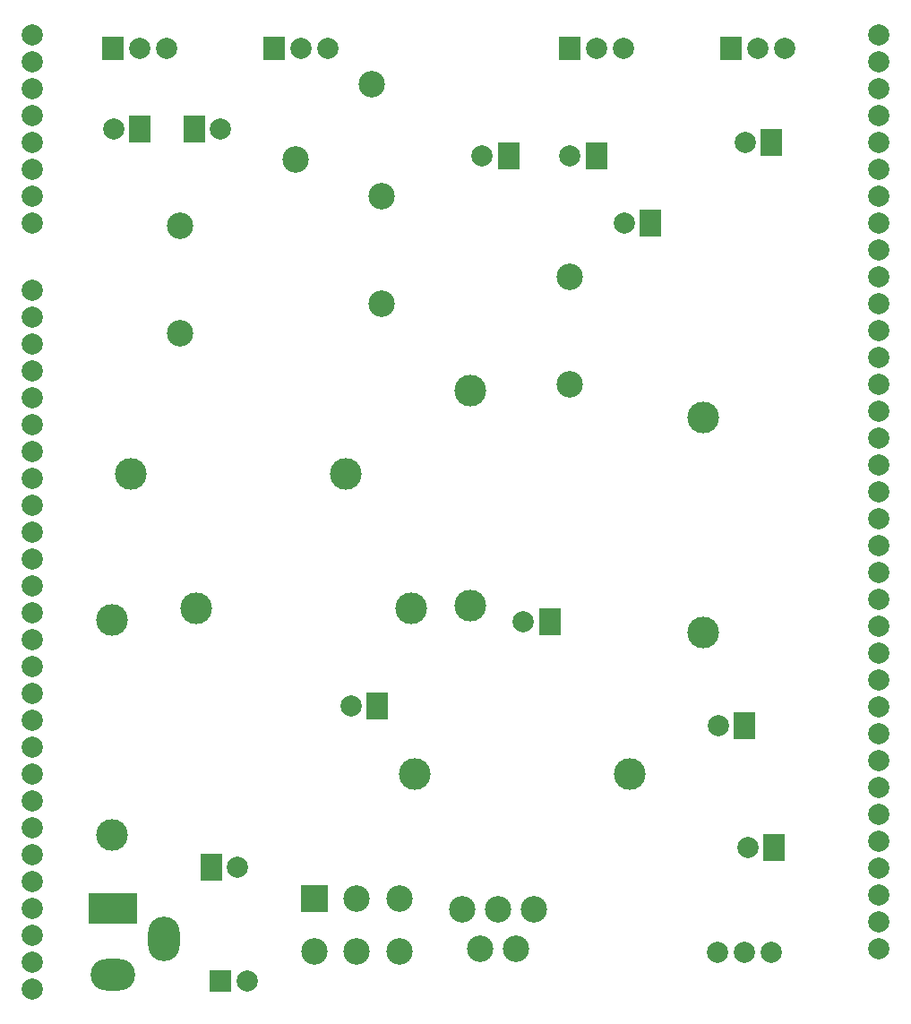
<source format=gbr>
%TF.GenerationSoftware,KiCad,Pcbnew,7.0.5-7.0.5~ubuntu22.04.1*%
%TF.CreationDate,2023-06-13T13:59:49-03:00*%
%TF.ProjectId,Fonte_tensao_LM675,466f6e74-655f-4746-956e-73616f5f4c4d,v01*%
%TF.SameCoordinates,Original*%
%TF.FileFunction,Soldermask,Bot*%
%TF.FilePolarity,Negative*%
%FSLAX46Y46*%
G04 Gerber Fmt 4.6, Leading zero omitted, Abs format (unit mm)*
G04 Created by KiCad (PCBNEW 7.0.5-7.0.5~ubuntu22.04.1) date 2023-06-13 13:59:49*
%MOMM*%
%LPD*%
G01*
G04 APERTURE LIST*
%ADD10R,4.600000X3.000000*%
%ADD11O,4.200000X3.000000*%
%ADD12O,3.000000X4.200000*%
%ADD13C,2.500000*%
%ADD14C,2.000000*%
%ADD15R,2.000000X2.500000*%
%ADD16C,3.000000*%
%ADD17R,2.000000X2.300000*%
%ADD18R,2.500000X2.500000*%
%ADD19R,2.000000X2.100000*%
G04 APERTURE END LIST*
D10*
%TO.C,J1*%
X114300000Y-139700000D03*
D11*
X114300000Y-146000000D03*
D12*
X119100000Y-142600000D03*
%TD*%
D13*
%TO.C,U3*%
X154100000Y-139800000D03*
X152400000Y-143500000D03*
X150700000Y-139800000D03*
X149000000Y-143500000D03*
X147300000Y-139800000D03*
%TD*%
D14*
%TO.C,C2*%
X157480000Y-68580000D03*
D15*
X159980000Y-68580000D03*
%TD*%
D14*
%TO.C,C6*%
X136800000Y-120600000D03*
D15*
X139300000Y-120600000D03*
%TD*%
D16*
%TO.C,R1*%
X114200000Y-112440000D03*
X114200000Y-132760000D03*
%TD*%
D13*
%TO.C,D2*%
X157480000Y-90170000D03*
X157480000Y-80010000D03*
%TD*%
D17*
%TO.C,U1*%
X114300000Y-58420000D03*
D14*
X116840000Y-58420000D03*
X119380000Y-58420000D03*
%TD*%
D13*
%TO.C,D4*%
X120650000Y-85344000D03*
X120650000Y-75184000D03*
%TD*%
D14*
%TO.C,C10*%
X174308888Y-133985000D03*
D15*
X176808888Y-133985000D03*
%TD*%
D14*
%TO.C,J3*%
X186690000Y-57150000D03*
X186690000Y-59690000D03*
X186690000Y-62230000D03*
X186690000Y-64770000D03*
X186690000Y-67310000D03*
X186690000Y-69850000D03*
X186690000Y-72390000D03*
X186690000Y-74930000D03*
X186690000Y-77470000D03*
X186690000Y-80010000D03*
X186690000Y-82550000D03*
X186690000Y-85090000D03*
X186690000Y-87630000D03*
X186690000Y-90170000D03*
X186690000Y-92710000D03*
X186690000Y-95250000D03*
X186690000Y-97790000D03*
X186690000Y-100330000D03*
X186690000Y-102870000D03*
X186690000Y-105410000D03*
X186690000Y-107950000D03*
X186690000Y-110490000D03*
X186690000Y-113030000D03*
X186690000Y-115570000D03*
X186690000Y-118110000D03*
X186690000Y-120650000D03*
X186690000Y-123190000D03*
X186690000Y-125730000D03*
X186690000Y-128270000D03*
X186690000Y-130810000D03*
X186690000Y-133350000D03*
X186690000Y-135890000D03*
X186690000Y-138430000D03*
X186690000Y-140970000D03*
X186690000Y-143510000D03*
%TD*%
D16*
%TO.C,R4*%
X142840000Y-127000000D03*
X163160000Y-127000000D03*
%TD*%
D14*
%TO.C,U6*%
X176540000Y-143855000D03*
X174000000Y-143855000D03*
X171460000Y-143855000D03*
%TD*%
%TO.C,C9*%
X174030000Y-67310000D03*
D15*
X176530000Y-67310000D03*
%TD*%
D16*
%TO.C,R5*%
X170053000Y-113665000D03*
X170053000Y-93345000D03*
%TD*%
D17*
%TO.C,U2*%
X157480000Y-58420000D03*
D14*
X160020000Y-58420000D03*
X162560000Y-58420000D03*
%TD*%
%TO.C,C8*%
X149194888Y-68580000D03*
D15*
X151694888Y-68580000D03*
%TD*%
D14*
%TO.C,J4*%
X106680000Y-57150000D03*
X106680000Y-59690000D03*
X106680000Y-62230000D03*
X106680000Y-64770000D03*
X106680000Y-67310000D03*
X106680000Y-69850000D03*
X106680000Y-72390000D03*
X106680000Y-74930000D03*
%TD*%
%TO.C,J2*%
X106680000Y-81280000D03*
X106680000Y-83820000D03*
X106680000Y-86360000D03*
X106680000Y-88900000D03*
X106680000Y-91440000D03*
X106680000Y-93980000D03*
X106680000Y-96520000D03*
X106680000Y-99060000D03*
X106680000Y-101600000D03*
X106680000Y-104140000D03*
X106680000Y-106680000D03*
X106680000Y-109220000D03*
X106680000Y-111760000D03*
X106680000Y-114300000D03*
X106680000Y-116840000D03*
X106680000Y-119380000D03*
X106680000Y-121920000D03*
X106680000Y-124460000D03*
X106680000Y-127000000D03*
X106680000Y-129540000D03*
X106680000Y-132080000D03*
X106680000Y-134620000D03*
X106680000Y-137160000D03*
X106680000Y-139700000D03*
X106680000Y-142240000D03*
X106680000Y-144780000D03*
X106680000Y-147320000D03*
%TD*%
D18*
%TO.C,SW1*%
X133350000Y-138764000D03*
D13*
X137350000Y-138764000D03*
X141350000Y-138764000D03*
X133350000Y-143764000D03*
X137350000Y-143764000D03*
X141350000Y-143764000D03*
%TD*%
D16*
%TO.C,R2*%
X122174000Y-111379000D03*
X142494000Y-111379000D03*
%TD*%
D17*
%TO.C,U4*%
X129540000Y-58420000D03*
D14*
X132080000Y-58420000D03*
X134620000Y-58420000D03*
%TD*%
%TO.C,C5*%
X162600000Y-74930000D03*
D15*
X165100000Y-74930000D03*
%TD*%
D17*
%TO.C,U5*%
X172720000Y-58420000D03*
D14*
X175260000Y-58420000D03*
X177800000Y-58420000D03*
%TD*%
%TO.C,C7*%
X153100000Y-112600000D03*
D15*
X155600000Y-112600000D03*
%TD*%
D14*
%TO.C,C1*%
X114340000Y-66040000D03*
D15*
X116840000Y-66040000D03*
%TD*%
D16*
%TO.C,R3*%
X148082000Y-111125000D03*
X148082000Y-90805000D03*
%TD*%
D13*
%TO.C,D3*%
X139700000Y-72390000D03*
X139700000Y-82550000D03*
%TD*%
D14*
%TO.C,C11*%
X171500000Y-122400000D03*
D15*
X174000000Y-122400000D03*
%TD*%
D14*
%TO.C,C3*%
X126100000Y-135800000D03*
D15*
X123600000Y-135800000D03*
%TD*%
D16*
%TO.C,R6*%
X116000000Y-98600000D03*
X136320000Y-98600000D03*
%TD*%
D14*
%TO.C,C4*%
X124460000Y-66040000D03*
D15*
X121960000Y-66040000D03*
%TD*%
D13*
%TO.C,D1*%
X131572000Y-68961000D03*
X138756205Y-61776795D03*
%TD*%
D14*
%TO.C,D5*%
X127000000Y-146600000D03*
D19*
X124460000Y-146600000D03*
%TD*%
M02*

</source>
